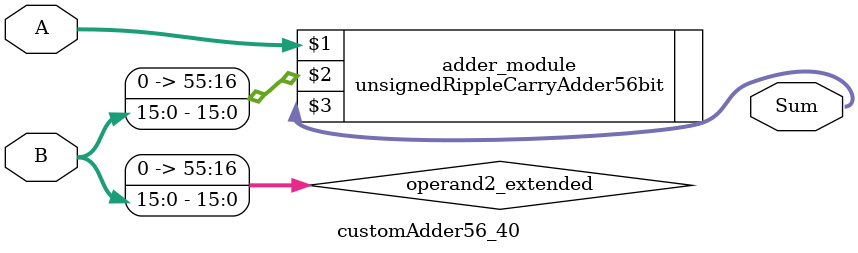
<source format=v>
module customAdder56_40(
                        input [55 : 0] A,
                        input [15 : 0] B,
                        
                        output [56 : 0] Sum
                );

        wire [55 : 0] operand2_extended;
        
        assign operand2_extended =  {40'b0, B};
        
        unsignedRippleCarryAdder56bit adder_module(
            A,
            operand2_extended,
            Sum
        );
        
        endmodule
        
</source>
